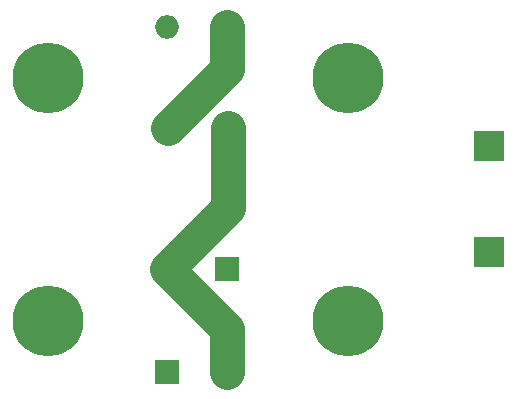
<source format=gtl>
G04 #@! TF.GenerationSoftware,KiCad,Pcbnew,(5.1.5)-3*
G04 #@! TF.CreationDate,2020-04-04T15:48:40+02:00*
G04 #@! TF.ProjectId,power-resistor,706f7765-722d-4726-9573-6973746f722e,rev?*
G04 #@! TF.SameCoordinates,Original*
G04 #@! TF.FileFunction,Copper,L1,Top*
G04 #@! TF.FilePolarity,Positive*
%FSLAX46Y46*%
G04 Gerber Fmt 4.6, Leading zero omitted, Abs format (unit mm)*
G04 Created by KiCad (PCBNEW (5.1.5)-3) date 2020-04-04 15:48:40*
%MOMM*%
%LPD*%
G04 APERTURE LIST*
%ADD10R,2.500880X2.500880*%
%ADD11C,6.000000*%
%ADD12O,2.000000X2.000000*%
%ADD13R,2.000000X2.000000*%
%ADD14C,3.000000*%
G04 APERTURE END LIST*
D10*
X171000000Y-116100000D03*
X171000000Y-107100000D03*
D11*
X133600000Y-121900000D03*
X159000000Y-121900000D03*
X133600000Y-101300000D03*
X159000000Y-101300000D03*
D12*
X148780000Y-126200000D03*
D13*
X143700000Y-126200000D03*
D12*
X143720000Y-117500000D03*
D13*
X148800000Y-117500000D03*
D12*
X148880000Y-105600000D03*
D13*
X143800000Y-105600000D03*
D12*
X143720000Y-97000000D03*
D13*
X148800000Y-97000000D03*
D14*
X148780000Y-122560000D02*
X143720000Y-117500000D01*
X148780000Y-126200000D02*
X148780000Y-122560000D01*
X148880000Y-112340000D02*
X143720000Y-117500000D01*
X148880000Y-105600000D02*
X148880000Y-112340000D01*
X148800000Y-100600000D02*
X143800000Y-105600000D01*
X148800000Y-97000000D02*
X148800000Y-100600000D01*
M02*

</source>
